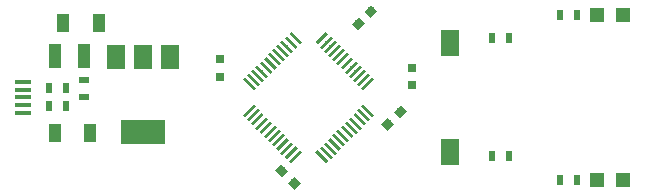
<source format=gbr>
G04 #@! TF.GenerationSoftware,KiCad,Pcbnew,(2017-05-18 revision 2a3a699)-master*
G04 #@! TF.CreationDate,2017-06-18T12:29:58+03:00*
G04 #@! TF.ProjectId,stm32f072c8tx_breakout,73746D333266303732633874785F6272,rev?*
G04 #@! TF.FileFunction,Paste,Top*
G04 #@! TF.FilePolarity,Positive*
%FSLAX46Y46*%
G04 Gerber Fmt 4.6, Leading zero omitted, Abs format (unit mm)*
G04 Created by KiCad (PCBNEW (2017-05-18 revision 2a3a699)-master) date Sun Jun 18 12:29:58 2017*
%MOMM*%
%LPD*%
G01*
G04 APERTURE LIST*
%ADD10C,0.100000*%
%ADD11R,1.350000X0.400000*%
%ADD12R,1.600000X2.180000*%
%ADD13R,0.750000X0.800000*%
%ADD14C,0.750000*%
%ADD15R,1.000000X1.600000*%
%ADD16R,1.140000X2.030000*%
%ADD17C,0.250000*%
%ADD18R,1.200000X1.200000*%
%ADD19R,0.500000X0.900000*%
%ADD20R,0.900000X0.500000*%
%ADD21R,1.500000X2.000000*%
%ADD22R,3.800000X2.000000*%
G04 APERTURE END LIST*
D10*
D11*
X102350000Y-116300000D03*
X102350000Y-115650000D03*
X102350000Y-115000000D03*
X102350000Y-114350000D03*
X102350000Y-113700000D03*
D12*
X138500000Y-110410000D03*
X138500000Y-119590000D03*
D13*
X135250000Y-112500000D03*
X135250000Y-114000000D03*
D14*
X125280330Y-122280330D03*
D10*
G36*
X124732322Y-122262652D02*
X125262652Y-121732322D01*
X125828338Y-122298008D01*
X125298008Y-122828338D01*
X124732322Y-122262652D01*
X124732322Y-122262652D01*
G37*
D14*
X124219670Y-121219670D03*
D10*
G36*
X123671662Y-121201992D02*
X124201992Y-120671662D01*
X124767678Y-121237348D01*
X124237348Y-121767678D01*
X123671662Y-121201992D01*
X123671662Y-121201992D01*
G37*
D13*
X119000000Y-113250000D03*
X119000000Y-111750000D03*
D14*
X130719670Y-108780330D03*
D10*
G36*
X130701992Y-109328338D02*
X130171662Y-108798008D01*
X130737348Y-108232322D01*
X131267678Y-108762652D01*
X130701992Y-109328338D01*
X130701992Y-109328338D01*
G37*
D14*
X131780330Y-107719670D03*
D10*
G36*
X131762652Y-108267678D02*
X131232322Y-107737348D01*
X131798008Y-107171662D01*
X132328338Y-107701992D01*
X131762652Y-108267678D01*
X131762652Y-108267678D01*
G37*
D14*
X134280330Y-116219670D03*
D10*
G36*
X134262652Y-116767678D02*
X133732322Y-116237348D01*
X134298008Y-115671662D01*
X134828338Y-116201992D01*
X134262652Y-116767678D01*
X134262652Y-116767678D01*
G37*
D14*
X133219670Y-117280330D03*
D10*
G36*
X133201992Y-117828338D02*
X132671662Y-117298008D01*
X133237348Y-116732322D01*
X133767678Y-117262652D01*
X133201992Y-117828338D01*
X133201992Y-117828338D01*
G37*
D15*
X108750000Y-108750000D03*
X105750000Y-108750000D03*
X105000000Y-118000000D03*
X108000000Y-118000000D03*
D16*
X105050000Y-111500000D03*
X107450000Y-111500000D03*
D17*
X131520458Y-116131371D03*
D10*
G36*
X130972450Y-115760140D02*
X131149227Y-115583363D01*
X132068466Y-116502602D01*
X131891689Y-116679379D01*
X130972450Y-115760140D01*
X130972450Y-115760140D01*
G37*
D17*
X131166905Y-116484924D03*
D10*
G36*
X130618897Y-116113693D02*
X130795674Y-115936916D01*
X131714913Y-116856155D01*
X131538136Y-117032932D01*
X130618897Y-116113693D01*
X130618897Y-116113693D01*
G37*
D17*
X130813351Y-116838478D03*
D10*
G36*
X130265343Y-116467247D02*
X130442120Y-116290470D01*
X131361359Y-117209709D01*
X131184582Y-117386486D01*
X130265343Y-116467247D01*
X130265343Y-116467247D01*
G37*
D17*
X130459798Y-117192031D03*
D10*
G36*
X129911790Y-116820800D02*
X130088567Y-116644023D01*
X131007806Y-117563262D01*
X130831029Y-117740039D01*
X129911790Y-116820800D01*
X129911790Y-116820800D01*
G37*
D17*
X130106245Y-117545584D03*
D10*
G36*
X129558237Y-117174353D02*
X129735014Y-116997576D01*
X130654253Y-117916815D01*
X130477476Y-118093592D01*
X129558237Y-117174353D01*
X129558237Y-117174353D01*
G37*
D17*
X129752691Y-117899138D03*
D10*
G36*
X129204683Y-117527907D02*
X129381460Y-117351130D01*
X130300699Y-118270369D01*
X130123922Y-118447146D01*
X129204683Y-117527907D01*
X129204683Y-117527907D01*
G37*
D17*
X129399138Y-118252691D03*
D10*
G36*
X128851130Y-117881460D02*
X129027907Y-117704683D01*
X129947146Y-118623922D01*
X129770369Y-118800699D01*
X128851130Y-117881460D01*
X128851130Y-117881460D01*
G37*
D17*
X129045584Y-118606245D03*
D10*
G36*
X128497576Y-118235014D02*
X128674353Y-118058237D01*
X129593592Y-118977476D01*
X129416815Y-119154253D01*
X128497576Y-118235014D01*
X128497576Y-118235014D01*
G37*
D17*
X128692031Y-118959798D03*
D10*
G36*
X128144023Y-118588567D02*
X128320800Y-118411790D01*
X129240039Y-119331029D01*
X129063262Y-119507806D01*
X128144023Y-118588567D01*
X128144023Y-118588567D01*
G37*
D17*
X128338478Y-119313351D03*
D10*
G36*
X127790470Y-118942120D02*
X127967247Y-118765343D01*
X128886486Y-119684582D01*
X128709709Y-119861359D01*
X127790470Y-118942120D01*
X127790470Y-118942120D01*
G37*
D17*
X127984924Y-119666905D03*
D10*
G36*
X127436916Y-119295674D02*
X127613693Y-119118897D01*
X128532932Y-120038136D01*
X128356155Y-120214913D01*
X127436916Y-119295674D01*
X127436916Y-119295674D01*
G37*
D17*
X127631371Y-120020458D03*
D10*
G36*
X127083363Y-119649227D02*
X127260140Y-119472450D01*
X128179379Y-120391689D01*
X128002602Y-120568466D01*
X127083363Y-119649227D01*
X127083363Y-119649227D01*
G37*
D17*
X125368629Y-120020458D03*
D10*
G36*
X125739860Y-119472450D02*
X125916637Y-119649227D01*
X124997398Y-120568466D01*
X124820621Y-120391689D01*
X125739860Y-119472450D01*
X125739860Y-119472450D01*
G37*
D17*
X125015076Y-119666905D03*
D10*
G36*
X125386307Y-119118897D02*
X125563084Y-119295674D01*
X124643845Y-120214913D01*
X124467068Y-120038136D01*
X125386307Y-119118897D01*
X125386307Y-119118897D01*
G37*
D17*
X124661522Y-119313351D03*
D10*
G36*
X125032753Y-118765343D02*
X125209530Y-118942120D01*
X124290291Y-119861359D01*
X124113514Y-119684582D01*
X125032753Y-118765343D01*
X125032753Y-118765343D01*
G37*
D17*
X124307969Y-118959798D03*
D10*
G36*
X124679200Y-118411790D02*
X124855977Y-118588567D01*
X123936738Y-119507806D01*
X123759961Y-119331029D01*
X124679200Y-118411790D01*
X124679200Y-118411790D01*
G37*
D17*
X123954416Y-118606245D03*
D10*
G36*
X124325647Y-118058237D02*
X124502424Y-118235014D01*
X123583185Y-119154253D01*
X123406408Y-118977476D01*
X124325647Y-118058237D01*
X124325647Y-118058237D01*
G37*
D17*
X123600862Y-118252691D03*
D10*
G36*
X123972093Y-117704683D02*
X124148870Y-117881460D01*
X123229631Y-118800699D01*
X123052854Y-118623922D01*
X123972093Y-117704683D01*
X123972093Y-117704683D01*
G37*
D17*
X123247309Y-117899138D03*
D10*
G36*
X123618540Y-117351130D02*
X123795317Y-117527907D01*
X122876078Y-118447146D01*
X122699301Y-118270369D01*
X123618540Y-117351130D01*
X123618540Y-117351130D01*
G37*
D17*
X122893755Y-117545584D03*
D10*
G36*
X123264986Y-116997576D02*
X123441763Y-117174353D01*
X122522524Y-118093592D01*
X122345747Y-117916815D01*
X123264986Y-116997576D01*
X123264986Y-116997576D01*
G37*
D17*
X122540202Y-117192031D03*
D10*
G36*
X122911433Y-116644023D02*
X123088210Y-116820800D01*
X122168971Y-117740039D01*
X121992194Y-117563262D01*
X122911433Y-116644023D01*
X122911433Y-116644023D01*
G37*
D17*
X122186649Y-116838478D03*
D10*
G36*
X122557880Y-116290470D02*
X122734657Y-116467247D01*
X121815418Y-117386486D01*
X121638641Y-117209709D01*
X122557880Y-116290470D01*
X122557880Y-116290470D01*
G37*
D17*
X121833095Y-116484924D03*
D10*
G36*
X122204326Y-115936916D02*
X122381103Y-116113693D01*
X121461864Y-117032932D01*
X121285087Y-116856155D01*
X122204326Y-115936916D01*
X122204326Y-115936916D01*
G37*
D17*
X121479542Y-116131371D03*
D10*
G36*
X121850773Y-115583363D02*
X122027550Y-115760140D01*
X121108311Y-116679379D01*
X120931534Y-116502602D01*
X121850773Y-115583363D01*
X121850773Y-115583363D01*
G37*
D17*
X121479542Y-113868629D03*
D10*
G36*
X120931534Y-113497398D02*
X121108311Y-113320621D01*
X122027550Y-114239860D01*
X121850773Y-114416637D01*
X120931534Y-113497398D01*
X120931534Y-113497398D01*
G37*
D17*
X121833095Y-113515076D03*
D10*
G36*
X121285087Y-113143845D02*
X121461864Y-112967068D01*
X122381103Y-113886307D01*
X122204326Y-114063084D01*
X121285087Y-113143845D01*
X121285087Y-113143845D01*
G37*
D17*
X122186649Y-113161522D03*
D10*
G36*
X121638641Y-112790291D02*
X121815418Y-112613514D01*
X122734657Y-113532753D01*
X122557880Y-113709530D01*
X121638641Y-112790291D01*
X121638641Y-112790291D01*
G37*
D17*
X122540202Y-112807969D03*
D10*
G36*
X121992194Y-112436738D02*
X122168971Y-112259961D01*
X123088210Y-113179200D01*
X122911433Y-113355977D01*
X121992194Y-112436738D01*
X121992194Y-112436738D01*
G37*
D17*
X122893755Y-112454416D03*
D10*
G36*
X122345747Y-112083185D02*
X122522524Y-111906408D01*
X123441763Y-112825647D01*
X123264986Y-113002424D01*
X122345747Y-112083185D01*
X122345747Y-112083185D01*
G37*
D17*
X123247309Y-112100862D03*
D10*
G36*
X122699301Y-111729631D02*
X122876078Y-111552854D01*
X123795317Y-112472093D01*
X123618540Y-112648870D01*
X122699301Y-111729631D01*
X122699301Y-111729631D01*
G37*
D17*
X123600862Y-111747309D03*
D10*
G36*
X123052854Y-111376078D02*
X123229631Y-111199301D01*
X124148870Y-112118540D01*
X123972093Y-112295317D01*
X123052854Y-111376078D01*
X123052854Y-111376078D01*
G37*
D17*
X123954416Y-111393755D03*
D10*
G36*
X123406408Y-111022524D02*
X123583185Y-110845747D01*
X124502424Y-111764986D01*
X124325647Y-111941763D01*
X123406408Y-111022524D01*
X123406408Y-111022524D01*
G37*
D17*
X124307969Y-111040202D03*
D10*
G36*
X123759961Y-110668971D02*
X123936738Y-110492194D01*
X124855977Y-111411433D01*
X124679200Y-111588210D01*
X123759961Y-110668971D01*
X123759961Y-110668971D01*
G37*
D17*
X124661522Y-110686649D03*
D10*
G36*
X124113514Y-110315418D02*
X124290291Y-110138641D01*
X125209530Y-111057880D01*
X125032753Y-111234657D01*
X124113514Y-110315418D01*
X124113514Y-110315418D01*
G37*
D17*
X125015076Y-110333095D03*
D10*
G36*
X124467068Y-109961864D02*
X124643845Y-109785087D01*
X125563084Y-110704326D01*
X125386307Y-110881103D01*
X124467068Y-109961864D01*
X124467068Y-109961864D01*
G37*
D17*
X125368629Y-109979542D03*
D10*
G36*
X124820621Y-109608311D02*
X124997398Y-109431534D01*
X125916637Y-110350773D01*
X125739860Y-110527550D01*
X124820621Y-109608311D01*
X124820621Y-109608311D01*
G37*
D17*
X127631371Y-109979542D03*
D10*
G36*
X128002602Y-109431534D02*
X128179379Y-109608311D01*
X127260140Y-110527550D01*
X127083363Y-110350773D01*
X128002602Y-109431534D01*
X128002602Y-109431534D01*
G37*
D17*
X127984924Y-110333095D03*
D10*
G36*
X128356155Y-109785087D02*
X128532932Y-109961864D01*
X127613693Y-110881103D01*
X127436916Y-110704326D01*
X128356155Y-109785087D01*
X128356155Y-109785087D01*
G37*
D17*
X128338478Y-110686649D03*
D10*
G36*
X128709709Y-110138641D02*
X128886486Y-110315418D01*
X127967247Y-111234657D01*
X127790470Y-111057880D01*
X128709709Y-110138641D01*
X128709709Y-110138641D01*
G37*
D17*
X128692031Y-111040202D03*
D10*
G36*
X129063262Y-110492194D02*
X129240039Y-110668971D01*
X128320800Y-111588210D01*
X128144023Y-111411433D01*
X129063262Y-110492194D01*
X129063262Y-110492194D01*
G37*
D17*
X129045584Y-111393755D03*
D10*
G36*
X129416815Y-110845747D02*
X129593592Y-111022524D01*
X128674353Y-111941763D01*
X128497576Y-111764986D01*
X129416815Y-110845747D01*
X129416815Y-110845747D01*
G37*
D17*
X129399138Y-111747309D03*
D10*
G36*
X129770369Y-111199301D02*
X129947146Y-111376078D01*
X129027907Y-112295317D01*
X128851130Y-112118540D01*
X129770369Y-111199301D01*
X129770369Y-111199301D01*
G37*
D17*
X129752691Y-112100862D03*
D10*
G36*
X130123922Y-111552854D02*
X130300699Y-111729631D01*
X129381460Y-112648870D01*
X129204683Y-112472093D01*
X130123922Y-111552854D01*
X130123922Y-111552854D01*
G37*
D17*
X130106245Y-112454416D03*
D10*
G36*
X130477476Y-111906408D02*
X130654253Y-112083185D01*
X129735014Y-113002424D01*
X129558237Y-112825647D01*
X130477476Y-111906408D01*
X130477476Y-111906408D01*
G37*
D17*
X130459798Y-112807969D03*
D10*
G36*
X130831029Y-112259961D02*
X131007806Y-112436738D01*
X130088567Y-113355977D01*
X129911790Y-113179200D01*
X130831029Y-112259961D01*
X130831029Y-112259961D01*
G37*
D17*
X130813351Y-113161522D03*
D10*
G36*
X131184582Y-112613514D02*
X131361359Y-112790291D01*
X130442120Y-113709530D01*
X130265343Y-113532753D01*
X131184582Y-112613514D01*
X131184582Y-112613514D01*
G37*
D17*
X131166905Y-113515076D03*
D10*
G36*
X131538136Y-112967068D02*
X131714913Y-113143845D01*
X130795674Y-114063084D01*
X130618897Y-113886307D01*
X131538136Y-112967068D01*
X131538136Y-112967068D01*
G37*
D17*
X131520458Y-113868629D03*
D10*
G36*
X131891689Y-113320621D02*
X132068466Y-113497398D01*
X131149227Y-114416637D01*
X130972450Y-114239860D01*
X131891689Y-113320621D01*
X131891689Y-113320621D01*
G37*
D18*
X153100000Y-122000000D03*
X150900000Y-122000000D03*
X150900000Y-108000000D03*
X153100000Y-108000000D03*
D19*
X142000000Y-110000000D03*
X143500000Y-110000000D03*
X106000000Y-115750000D03*
X104500000Y-115750000D03*
X104500000Y-114250000D03*
X106000000Y-114250000D03*
D20*
X107500000Y-113500000D03*
X107500000Y-115000000D03*
D19*
X143500000Y-120000000D03*
X142000000Y-120000000D03*
X149250000Y-122000000D03*
X147750000Y-122000000D03*
X147750000Y-108000000D03*
X149250000Y-108000000D03*
D21*
X114800000Y-111600000D03*
X110200000Y-111600000D03*
X112500000Y-111600000D03*
D22*
X112500000Y-117900000D03*
M02*

</source>
